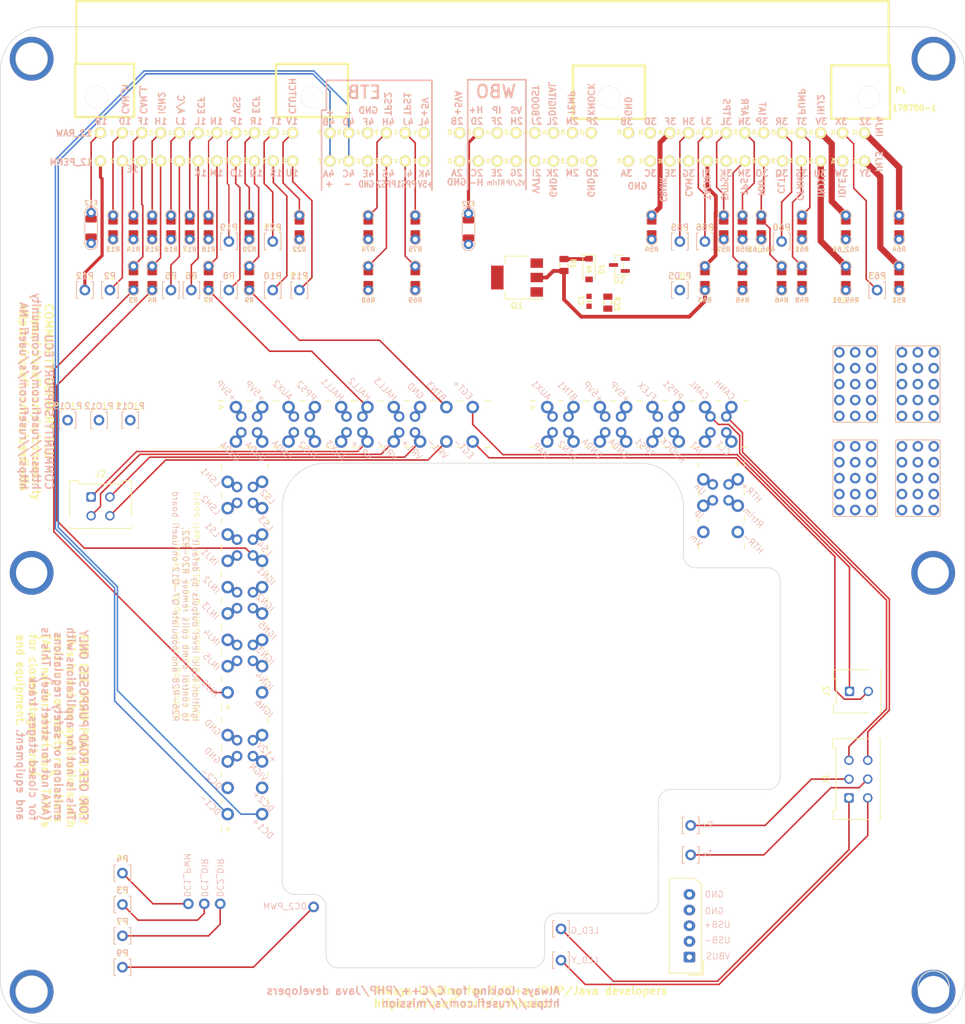
<source format=kicad_pcb>
(kicad_pcb (version 20221018) (generator pcbnew)
  (layers (0 "F.Cu" signal) (1 "In1.Cu" signal) (2 "In2.Cu" signal) (31 "B.Cu" signal) (34 "B.Paste" user) (35 "F.Paste" user) (36 "B.SilkS" user "B.Silkscreen") (37 "F.SilkS" user "F.Silkscreen") (38 "B.Mask" user) (39 "F.Mask" user) (44 "Edge.Cuts" user))
  (net 0 "")
  (net 1 "/1B")
  (net 2 "/12V_FROM_MAIN_RELAY")
  (net 3 "Net-(J1-Pin_1)")
  (net 4 "Net-(J1-Pin_2)")
  (net 5 "/CANH")
  (net 6 "Net-(J1-Pin_4)")
  (net 7 "Net-(J1-Pin_5)")
  (net 8 "/CANL")
  (net 9 "/1C")
  (net 10 "Net-(M1-DC1_DIR)")
  (net 11 "Net-(M1-DC2_DIR)")
  (net 12 "/1O")
  (net 13 "Net-(M1-DC2_PWM)")
  (net 14 "Net-(P10-Pin_1)")
  (net 15 "/1P")
  (net 16 "Net-(P1A-1T)")
  (net 17 "/TACH")
  (net 18 "/OUT_TACH")
  (net 19 "GND")
  (net 20 "/IN_TPS1")
  (net 21 "Net-(P1D-4J)")
  (net 22 "/IN_CLUTCH")
  (net 23 "/1V")
  (net 24 "/OUT_RADIATOR_FAN_RELAY")
  (net 25 "/1L")
  (net 26 "Net-(D1-K)")
  (net 27 "/OUT_AC_RELAY")
  (net 28 "/1J")
  (net 29 "/OUT_IGN1")
  (net 30 "/1G")
  (net 31 "/1F")
  (net 32 "/1D")
  (net 33 "Net-(D1-A)")
  (net 34 "/OUT_PUMP_RELAY")
  (net 35 "/3O")
  (net 36 "/OUT_INJ4")
  (net 37 "/3Z")
  (net 38 "/OUT_INJ3")
  (net 39 "/3Y")
  (net 40 "/OUT_INJ2")
  (net 41 "/OUT_INJ1")
  (net 43 "/2D")
  (net 44 "/EGT+")
  (net 45 "/EGT-")
  (net 91 "/OUT_ETB-")
  (net 93 "/OUT_ETB+")
  (net 95 "/OUT_CHECK_ENGINE")
  (net 96 "/OUT_VVT")
  (net 97 "/OUT_CONDENSER_FAN")
  (net 101 "/OUT_IGN2")
  (net 102 "/OUT_BOOST_CONTROL")
  (net 103 "/OUT_IDLE")
  (net 104 "+5VP")
  (net 105 "/IN_MAF")
  (net 106 "/IN_TEMP_OR_PPS2")
  (net 107 "/IN_CAM")
  (net 108 "/IN_VSS")
  (net 109 "/IN_CRANK")
  (net 110 "/IN_AC_SW")
  (net 111 "GNDA")
  (net 112 "/IN_TPS2")
  (net 113 "/IN_O2S")
  (net 114 "Net-(J2-Pin_1)")
  (net 115 "Net-(J2-Pin_2)")
  (net 116 "Net-(J2-Pin_3)")
  (net 117 "Net-(J2-Pin_4)")
  (net 118 "/IN_TEMP")
  (net 119 "/IN_DIGITAL")
  (net 122 "Net-(M1-IN_FLEX)")
  (net 123 "/IN_PPS1")
  (net 124 "/IN_PRESSURE")
  (net 127 "/IN_KNOCK_RAW")
  (net 128 "/IN_IAT")
  (net 129 "/IN_CLT")
  (net 131 "/WBO_R_Trim")
  (net 132 "/WBO_H-")
  (net 133 "/WBO_Vs")
  (net 134 "/WBO_Ip")
  (net 135 "/WBO_Vs{slash}Ip")
  (net 139 "Net-(M1-DC1_PWM)")
  (net 140 "Net-(P1A-1I)")
  (net 141 "Net-(P1A-1K)")
  (net 142 "/1U")
  (net 143 "/+12V_PERM")
  (net 144 "/3H")
  (net 145 "/3J")
  (net 146 "/3R")
  (net 147 "/3X")
  (net 148 "/1E")
  (net 149 "/1M")
  (net 150 "/1Q")
  (net 151 "/1H")
  (net 152 "/1N")
  (net 153 "Net-(P1A-1R)")
  (net 154 "/3I")
  (net 155 "/3M")
  (net 156 "/3S")
  (net 157 "/3F")
  (net 158 "/3L")
  (net 159 "/3N")
  (net 160 "/3T")
  (net 161 "Net-(P1D-4G)")
  (net 162 "Net-(P1D-4I)")
  (net 163 "Net-(P1D-4H)")
  (footprint "hellen-one-common:PAD-0805-PAD" (layer "F.Cu") (at 50.75 53 90)
    (fp_text reference "R17")
    (fp_text value "Jumper-Pad-Pad" hide)
  )
  (footprint "hellen-one-common:PAD-0805-PAD" (layer "F.Cu") (at 44.75 53 90)
    (fp_text reference "R15")
    (fp_text value "Jumper-Pad-Pad" hide)
  )
  (footprint "hellen-one-common:PAD-TH" (layer "F.Cu") (at 68.25 63)
    (fp_text reference "P11")
    (fp_text value "Pad" hide)
  )
  (footprint "hellen-one-common:PAD-0805-PAD" (layer "F.Cu") (at 139 53 90)
    (fp_text reference "R58")
    (fp_text value "Jumper-Pad-Pad" hide)
  )
  (footprint "kicad6-libraries:PAD-TH" (layer "F.Cu") (at 40 161)
    (fp_text reference "P3")
    (fp_text value "Pad" hide)
  )
  (footprint "hellen-one-common:PAD-TH" (layer "F.Cu") (at 129 63)
    (fp_text reference "P_D5")
    (fp_text value "Pad" hide)
  )
  (footprint "hellen-one-common:PAD-0805-PAD" (layer "F.Cu") (at 136 53 90)
    (fp_text reference "R57")
    (fp_text value "Jumper-Pad-Pad" hide)
  )
  (footprint "hellen-one-common:PAD-0805-PAD" (layer "F.Cu") (at 68.25 53 90)
    (fp_text reference "R22")
    (fp_text value "Jumper-Pad-Pad" hide)
  )
  (footprint "hellen-one-common:PAD-0805-PAD" (layer "F.Cu") (at 145.25 61.095 90)
    (fp_text reference "R46")
    (fp_text value "Jumper-Pad-Pad" hide)
  )
  (footprint "hellen-one-common:PAD-0805-PAD" (layer "F.Cu") (at 60.25 61.095 90)
    (fp_text reference "R9")
    (fp_text value "Jumper-Pad-Pad" hide)
  )
  (footprint "hellen-one-common:PAD-TH" (layer "F.Cu") (at 34 63)
    (fp_text reference "P12")
    (fp_text value "Pad" hide)
  )
  (footprint "hellen-one-common:PAD-0805-PAD" (layer "F.Cu") (at 155.5 61.095 90)
    (fp_text reference "R49_51")
    (fp_text value "Jumper-Pad-Pad" hide)
  )
  (footprint "hellen-one-common:PAD-TH" (layer "F.Cu") (at 160.5 63)
    (fp_text reference "P63")
    (fp_text value "Pad" hide)
  )
  (footprint "kicad6-libraries:PAD-TH" (layer "F.Cu") (at 40 171)
    (fp_text reference "P9")
    (fp_text value "Pad" hide)
  )
  (footprint "hellen-one-common:PAD-0805-PAD" (layer "F.Cu") (at 41.75 61.095 90)
    (fp_text reference "R3")
    (fp_text value "Jumper-Pad-Pad" hide)
  )
  (footprint "hellen-one-common:PAD-0805-PAD" (layer "F.Cu") (at 53.75 53 90)
    (fp_text reference "R18")
    (fp_text value "Jumper-Pad-Pad" hide)
  )
  (footprint "hellen-one-common:PAD-TH" (layer "F.Cu") (at 51 63)
    (fp_text reference "P6")
    (fp_text value "Pad" hide)
  )
  (footprint "hellen-one-common:PAD-0805-PAD" (layer "F.Cu") (at 60.25 53 90)
    (fp_text reference "R20")
    (fp_text value "Jumper-Pad-Pad" hide)
  )
  (footprint "hellen-one-common:SOD-123" (layer "F.Cu") (at 114.5 59.65 -90)
    (fp_text reference "D1")
    (fp_text value "B5819W" hide)
  )
  (footprint "Connector_Molex:Molex_Micro-Fit_3.0_43045-0412_2x02_P3.00mm_Vertical" (layer "F.Cu") (at 35 96)
    (fp_text reference "J2")
    (fp_text value "43045-0412")
  )
  (footprint "hellen-one-common:PAD-0805-PAD" (layer "F.Cu") (at 142 53 90)
    (fp_text reference "R46_61")
    (fp_text value "Jumper-Pad-Pad" hide)
  )
  (footprint "hellen-one-common:PAD-0805-PAD" (layer "F.Cu") (at 139 61.095 90)
    (fp_text reference "R45")
    (fp_text value "Jumper-Pad-Pad" hide)
  )
  (footprint "hellen-one-common:PAD-TH" (layer "F.Cu") (at 41.25 83.75)
    (fp_text reference "P_C11")
    (fp_text value "Pad" hide)
  )
  (footprint "hellen-one-common:PAD-TH" (layer "F.Cu") (at 64 63)
    (fp_text reference "P10")
    (fp_text value "Pad" hide)
  )
  (footprint "hellen-one-common:PAD-0805-PAD" (layer "F.Cu") (at 164 61.095 90)
    (fp_text reference "R51")
    (fp_text value "Jumper-Pad-Pad" hide)
  )
  (footprint "hellen-one-common:PROTO_AREA" (layer "F.Cu") (at 164.46 83.08 90)
    (fp_text reference "G9" hide)
    (fp_text value "PROTO_AREA" hide)
  )
  (footprint "hellen-one-common:PAD-0805-PAD" (layer "F.Cu") (at 133 61.095 90)
    (fp_text reference "R43")
    (fp_text value "Jumper-Pad-Pad" hide)
  )
  (footprint "hellen-one-common:SOT-23" (layer "F.Cu") (at 119.35 59 180)
    (fp_text reference "D2")
    (fp_text value "PSM712-LF")
  )
  (footprint "Connector_Molex:Molex_Micro-Fit_3.0_43045-0612_2x03_P3.00mm_Vertical" (layer "F.Cu") (at 156 144 90)
    (fp_text reference "J1")
    (fp_text value "43045-0612")
  )
  (footprint "MountingHole:MountingHole_4.5mm_Pad" (layer "F.Cu") (at 169.500001 26.099999)
    (fp_text reference "J16" hide)
    (fp_text value "Conn_01x01" hide)
  )
  (footprint "hellen-one-common:R0805" (layer "F.Cu") (at 110.5 59 -90)
    (fp_text reference "R1")
    (fp_text value "750" hide)
  )
  (footprint "MountingHole:MountingHole_4.5mm_Pad" (layer "F.Cu") (at 25.500001 108.099999)
    (fp_text reference "J17" hide)
    (fp_text value "Conn_01x01" hide)
  )
  (footprint "hellen-one-common:PAD-0805-PAD" (layer "F.Cu") (at 47.75 53 90)
    (fp_text reference "R16")
    (fp_text value "Jumper-Pad-Pad" hide)
  )
  (footprint "hellen-one-common:PAD-0805-PAD" (layer "F.Cu") (at 148.5 61.095 90)
    (fp_text reference "R48")
    (fp_text value "Jumper-Pad-Pad" hide)
  )
  (footprint "hellen-one-common:C0603" (layer "F.Cu") (at 114.5 64.790001 90)
    (fp_text reference "C1")
    (fp_text value "100n" hide)
  )
  (footprint "hellen-one-common:PAD-0805-PAD" (layer "F.Cu") (at 41.75 53 90)
    (fp_text reference "R14")
    (fp_text value "Jumper-Pad-Pad" hide)
  )
  (footprint "hellen-one-common:PAD-0805-PAD" (layer "F.Cu") (at 79.25 61.095 90)
    (fp_text reference "R68")
    (fp_text value "Jumper-Pad-Pad" hide)
  )
  (footprint "hellen-one-common:PAD-TH" (layer "F.Cu") (at 38 63)
    (fp_text reference "P2")
    (fp_text value "Pad" hide)
  )
  (footprint "hellen-one-common:PAD-TH" (layer "F.Cu") (at 36.25 83.75)
    (fp_text reference "P_C12")
    (fp_text value "Pad" hide)
  )
  (footprint "hellen-one-common:PAD-1206-PAD" (layer "F.Cu") (at 35 53.095 -90)
    (fp_text reference "F12")
    (fp_text value "Fuse-Pad-Pad" hide)
  )
  (footprint "hellen-one-common:PAD-TH" (layer "F.Cu") (at 129 55.25)
    (fp_text reference "P55")
    (fp_text value "Pad" hide)
  )
  (footprint "hellen-one-common:PAD-0805-PAD" (layer "F.Cu") (at 44.75 61.095 90)
    (fp_text reference "R4")
    (fp_text value "Jumper-Pad-Pad" hide)
  )
  (footprint "hellen-one-common:PROTO_AREA" (layer "F.Cu") (at 154.46 83.08 90)
    (fp_text reference "G8" hide)
    (fp_text value "PROTO_AREA" hide)
  )
  (footprint "hellen-one-common:PAD-0805-PAD" (layer "F.Cu") (at 79.25 53 90)
    (fp_text reference "R74")
    (fp_text value "Jumper-Pad-Pad" hide)
  )
  (footprint "hellen-one-common:PROTO_AREA" (layer "F.Cu") (at 154.46 98.08 90)
    (fp_text reference "G10" hide)
    (fp_text value "PROTO_AREA" hide)
  )
  (footprint "hellen-one-common:178780-1" (layer "F.Cu") (at 146.038641 42.420879)
    (fp_text reference "P1")
    (fp_text value "178780-1")
  )
  (footprint "MountingHole:MountingHole_4.5mm_Pad" (layer "F.Cu") (at 169.450801 108.099999)
    (fp_text reference "J15" hide)
    (fp_text value "Conn_01x01" hide)
  )
  (footprint "MountingHole:MountingHole_4.5mm_Pad" (layer "F.Cu") (at 169.500001 174.899999)
    (fp_text reference "J14" hide)
    (fp_text value "Conn_01x01" hide)
  )
  (footprint "hellen-one-common:PROTO_AREA" (layer "F.Cu") (at 164.46 98.08 90)
    (fp_text reference "G11" hide)
    (fp_text value "PROTO_AREA" hide)
  )
  (footprint "hellen-one-common:PAD-TH" (layer "F.Cu") (at 133 55.25)
    (fp_text reference "P56")
    (fp_text value "Pad" hide)
  )
  (footprint "hellen-one-common:PAD-0805-PAD" (layer "F.Cu") (at 53.75 61.095 90)
    (fp_text reference "R7")
    (fp_text value "Jumper-Pad-Pad" hide)
  )
  (footprint "hellen-one-common:PAD-0805-PAD" (layer "F.Cu") (at 155.5 53 90)
    (fp_text reference "R62_64")
    (fp_text value "Jumper-Pad-Pad" hide)
  )
  (footprint "hellen-one-uaefi-0.2:uaefi" (layer "F.Cu") (at 47.5 172.387437)
    (fp_text reference "M1" hide)
    (fp_text value "Module:uaefi/0.2" hide)
    (fp_line (start 18.012559 -31.737182) (end 18 -15) (stroke (width 0.1)) (layer "Edge.Cuts"))
    (fp_line (start 18.012559 -31.737182) (end 18.012562 -74.787438) (stroke (width 0.1)) (layer "Edge.Cuts"))
    (fp_line (start 20 -13) (end 23 -13) (stroke (width 0.1)) (layer "Edge.Cuts"))
    (fp_line (start 25 -11) (end 25 -3.287437) (stroke (width 0.1)) (layer "Edge.Cuts"))
    (fp_line (start 57.9 -1.3) (end 27 -1.287437) (stroke (width 0.1)) (layer "Edge.Cuts"))
    (fp_line (start 59.9 -3.3) (end 59.899911 -8.00008) (stroke (width 0.1)) (layer "Edge.Cuts"))
    (fp_line (start 61.899911 -10.00008) (end 76.060074 -9.999926) (stroke (width 0.1)) (layer "Edge.Cuts"))
    (fp_line (start 75.062815 -81.787437) (end 25.012563 -81.787437) (stroke (width 0.1)) (layer "Edge.Cuts"))
    (fp_line (start 78.062811 -27.73718) (end 78.060074 -11.999926) (stroke (width 0.1)) (layer "Edge.Cuts"))
    (fp_line (start 80.062811 -29.73718) (end 95.512563 -29.73718) (stroke (width 0.1)) (layer "Edge.Cuts"))
    (fp_line (start 82.062814 -74.787436) (end 82.062814 -67.087437) (stroke (width 0.1)) (layer "Edge.Cuts"))
    (fp_line (start 95.512563 -65.087437) (end 84.062814 -65.087437) (stroke (width 0.1)) (layer "Edge.Cuts"))
    (fp_line (start 97.512563 -31.73718) (end 97.512563 -63.087437) (stroke (width 0.1)) (layer "Edge.Cuts"))
    (fp_arc (start 18.012562 -74.787438) (mid 20.062814 -79.737186) (end 25.012563 -81.787437) (stroke (width 0.1)) (layer "Edge.Cuts"))
    (fp_arc (start 20 -13) (mid 18.585786 -13.585786) (end 18 -15) (stroke (width 0.1)) (layer "Edge.Cuts"))
    (fp_arc (start 23 -13) (mid 24.414214 -12.414214) (end 25 -11) (stroke (width 0.1)) (layer "Edge.Cuts"))
    (fp_arc (start 27 -1.287437) (mid 25.585777 -1.873212) (end 25 -3.287437) (stroke (width 0.1)) (layer "Edge.Cuts"))
    (fp_arc (start 59.899911 -8.00008) (mid 60.48572 -9.414273) (end 61.899911 -10.00008) (stroke (width 0.1)) (layer "Edge.Cuts"))
    (fp_arc (start 59.9 -3.3) (mid 59.314184 -1.885816) (end 57.9 -1.3) (stroke (width 0.1)) (layer "Edge.Cuts"))
    (fp_arc (start 75.062815 -81.787437) (mid 80.012603 -79.737224) (end 82.062814 -74.787436) (stroke (width 0.1)) (layer "Edge.Cuts"))
    (fp_arc (start 78.060074 -11.999926) (mid 77.474266 -10.585734) (end 76.060074 -9.999926) (stroke (width 0.1)) (layer "Edge.Cuts"))
    (fp_arc (start 78.062811 -27.73718) (mid 78.64862 -29.151373) (end 80.062811 -29.73718) (stroke (width 0.1)) (layer "Edge.Cuts"))
    (fp_arc (start 84.062814 -65.087437) (mid 82.648604 -65.673221) (end 82.062814 -67.087437) (stroke (width 0.1)) (layer "Edge.Cuts"))
    (fp_arc (start 95.512563 -65.087437) (mid 96.926749 -64.501631) (end 97.512563 -63.087437) (stroke (width 0.1)) (layer "Edge.Cuts"))
    (fp_arc (start 97.512563 -31.73718) (mid 96.926803 -30.322928) (end 95.512563 -29.73718) (stroke (width 0.1)) (layer "Edge.Cuts"))
  )
  (footprint "hellen-one-common:PAD-TH" (layer "F.Cu") (at 57 55.25)
    (fp_text reference "P19")
    (fp_text value "Pad" hide)
  )
  (footprint "hellen-one-common:PAD-0805-PAD" (layer "F.Cu") (at 38.5 53 90)
    (fp_text reference "R13")
    (fp_text value "Jumper-Pad-Pad" hide)
  )
  (footprint "hellen-one-common:PAD-TH" (layer "F.Cu") (at 64 55.25)
    (fp_text reference "P21")
    (fp_text value "Pad" hide)
  )
  (footprint "MountingHole:MountingHole_4.5mm_Pad" (layer "F.Cu") (at 25.500001 174.899999)
    (fp_text reference "J13" hide)
    (fp_text value "Conn_01x01" hide)
  )
  (footprint "Package_TO_SOT_SMD:SOT-223" (layer "F.Cu") (at 103 61 180)
    (fp_text reference "Q1")
    (fp_text value "ZXMS6005SGTA")
  )
  (footprint "kicad6-libraries:PAD-TH" (layer "F.Cu") (at 40 166)
    (fp_text reference "P7")
    (fp_text value "Pad" hide)
  )
  (footprint "Connector_Molex:Molex_Micro-Fit_3.0_43045-0212_2x01_P3.00mm_Vertical" (layer "F.Cu") (at 156.085 127 90)
    (fp_text reference "J3")
    (fp_text value "43045-0212")
  )
  (footprint "kicad6-libraries:PAD-TH" (layer "F.Cu") (at 40 156)
    (fp_text reference "P4")
    (fp_text value "Pad" hide)
  )
  (footprint "hellen-one-common:PAD-0805-PAD" (layer "F.Cu") (at 86.75 61.095 90)
    (fp_text reference "R69")
    (fp_text value "Jumper-Pad-Pad" hide)
  )
  (footprint "hellen-one-common:PAD-0805-PAD" (layer "F.Cu") (at 148.5 53 90)
    (fp_text reference "R61")
    (fp_text value "Jumper-Pad-Pad" hide)
  )
  (footprint "hellen-one-common:PAD-0805-PAD" (layer "F.Cu") (at 124.5 53 90)
    (fp_text reference "R54")
    (fp_text value "Jumper-Pad-Pad" hide)
  )
  (footprint "hellen-one-common:PAD-TH" (layer "F.Cu") (at 57 63)
    (fp_text reference "P8")
    (fp_text value "Pad" hide)
  )
  (footprint "hellen-one-common:R0805" (layer "F.Cu") (at 117.5 65 -90)
    (fp_text reference "R25")
    (fp_text value "220" hide)
  )
  (footprint "hellen-one-common:PAD-TH" (layer "F.Cu") (at 145.25 55.25)
    (fp_text reference "P60")
    (fp_text value "Pad" hide)
  )
  (footprint "hellen-one-common:PAD-0805-PAD" (layer "F.Cu") (at 164 53 90)
    (fp_text reference "R64")
    (fp_text value "Jumper-Pad-Pad" hide)
  )
  (footprint "hellen-one-common:PAD-0805-PAD" (layer "F.Cu") (at 86.75 53 90)
    (fp_text reference "R75")
    (fp_text value "Jumper-Pad-Pad" hide)
  )
  (footprint "hellen-one-common:PAD-1206-PAD" (layer "F.Cu") (at 95.25 53.25 -90)
    (fp_text reference "F32")
    (fp_text value "Fuse-Pad-Pad" hide)
  )
  (footprint "hellen-one-common:PAD-TH" (layer "F.Cu") (at 31.25 83.75)
    (fp_text reference "P_C13")
    (fp_text value "Pad" hide)
  )
  (footprint "hellen-one-common:PAD-TH" (layer "F.Cu") (at 47.75 63)
    (fp_text reference "P5")
    (fp_text value "Pad" hide)
  )
  (footprint "MountingHole:MountingHole_4.5mm_Pad" (layer "F.Cu") (at 25.500001 26.099999)
    (fp_text reference "J11" hide)
    (fp_text value "Conn_01x01" hide)
  )
  (gr_line (start 72.561681 29.544659) (end 72.561681 34.304659) (stroke (width 0.25)) (layer "B.SilkS"))
  (gr_line (start 104.421681 29.444659) (end 95.121681 29.444659) (stroke (width 0.25)) (layer "B.SilkS"))
  (gr_line (start 95.121681 29.444659) (end 95.121681 46.954659) (stroke (width 0.25)) (layer "B.SilkS"))
  (gr_line (start 71.801681 34.344659) (end 71.801681 47.054659) (stroke (width 0.25)) (layer "B.SilkS"))
  (gr_line (start 71.791681 34.294659) (end 72.571681 34.294659) (stroke (width 0.25)) (layer "B.SilkS"))
  (gr_line (start 89.411681 29.544659) (end 72.561681 29.544659) (stroke (width 0.25)) (layer "B.SilkS"))
  (gr_line (start 89.411681 47.054659) (end 89.411681 29.544659) (stroke (width 0.25)) (layer "B.SilkS"))
  (gr_line (start 104.421681 46.954659) (end 104.421681 29.444659) (stroke (width 0.25)) (layer "B.SilkS"))
  (gr_line locked (start 174.500001 172.999999) (end 174.500001 27.999999) (stroke (width 0.1)) (layer "Edge.Cuts"))
  (gr_arc locked (start 174.500002 173) (mid 172.449749 177.949747) (end 167.500001 179.999999) (stroke (width 0.1)) (layer "Edge.Cuts"))
  (gr_circle (center 169.500001 174.099999) (end 172.000001 174.099999) (stroke (width 0.2)) (fill none) (layer "Edge.Cuts"))
  (gr_circle (center 169.500001 26.099999) (end 172.000001 26.099999) (stroke (width 0.2)) (fill none) (layer "Edge.Cuts"))
  (gr_arc locked (start 167.500002 20.999998) (mid 172.449719 23.050281) (end 174.500001 27.999999) (stroke (width 0.1)) (layer "Edge.Cuts"))
  (gr_circle (center 25.500001 26.099999) (end 28.000001 26.099999) (stroke (width 0.2)) (fill none) (layer "Edge.Cuts"))
  (gr_circle (center 169.450801 108.099999) (end 171.700801 108.099999) (stroke (width 0.2)) (fill none) (layer "Edge.Cuts"))
  (gr_line locked (start 167.500001 20.999999) (end 27.500001 20.999999) (stroke (width 0.1)) (layer "Edge.Cuts"))
  (gr_circle (center 25.500001 174.899999) (end 28.000001 174.899999) (stroke (width 0.2)) (fill none) (layer "Edge.Cuts"))
  (gr_line locked (start 27.500001 179.999999) (end 167.500001 179.999999) (stroke (width 0.1)) (layer "Edge.Cuts"))
  (gr_line locked (start 20.500001 27.999999) (end 20.500001 172.999999) (stroke (width 0.1)) (layer "Edge.Cuts"))
  (gr_arc locked (start 27.5 180) (mid 22.550252 177.949748) (end 20.500001 172.999999) (stroke (width 0.1)) (layer "Edge.Cuts"))
  (gr_arc locked (start 20.5 27.999998) (mid 22.550252 23.05025) (end 27.500001 20.999999) (stroke (width 0.1)) (layer "Edge.Cuts"))
  (gr_text "TPS" (at 136.421681 33.824659 270) (layer "B.SilkS") (effects (font (size 1.016 1.016) (thickness 0.22352)) (justify mirror)))
  (gr_text "CLUTCH" (at 67.081681 32.064659 270) (layer "B.SilkS") (effects (font (size 1.016 1.016) (thickness 0.22352)) (justify mirror)))
  (gr_text "4D" (at 76.110001 36.199999) (layer "B.SilkS") (effects (font (size 1.016 1.016) (thickness 0.22352)) (justify mirror)))
  (gr_text "3Z" (at 158.600001 36.124999) (layer "B.SilkS") (effects (font (size 1.016 1.016) (thickness 0.22352)) (justify mirror)))
  (gr_text "GND" (at 122.226681 46.419659) (layer "B.SilkS") (effects (font (size 1.016 1.016) (thickness 0.22352)) (justify mirror)))
  (gr_text "H+" (at 96.431681 34.264659) (layer "B.SilkS") (effects (font (size 1.016 1.016) (thickness 0.22352)) (justify mirror)))
  (gr_text "1S" (at 64.540001 44.329999) (layer "B.SilkS") (effects (font (size 1.016 1.016) (thickness 0.22352)) (justify mirror)))
  (gr_text "3X" (at 154.790001 36.124999) (layer "B.SilkS") (effects (font (size 1.016 1.016) (thickness 0.22352)) (justify mirror)))
  (gr_text "INJ1" (at 151.561681 46.594659 270) (layer "B.SilkS") (effects (font (size 1.016 1.016) (thickness 0.22352)) (justify mirror)))
  (gr_text "Always looking for C/C++/PHP/Java developers\nhttps://rusefi.com/s/mission" (at 110 177.5) (layer "B.SilkS") (effects (font (size 1.25 1.25) (thickness 0.25) bold) (justify left bottom mirror)))
  (gr_text "4A" (at 72.935001 44.454999) (layer "B.SilkS") (effects (font (size 1.016 1.016) (thickness 0.22352)) (justify mirror)))
  (gr_text "+5V" (at 88.401681 46.094659) (layer "B.SilkS") (effects (font (size 1.016 0.8) (thickness 0.2)) (justify mirror)))
  (gr_text "IAT" (at 142.121681 34.074659 270) (layer "B.SilkS") (effects (font (size 1.016 1.016) (thickness 0.22352)) (justify mirror)))
  (gr_text "4B" (at 72.935001 36.199999) (layer "B.SilkS") (effects (font (size 1.016 1.016) (thickness 0.22352)) (justify mirror)))
  (gr_text "GND" (at 78.931681 46.114659) (layer "B.SilkS") (effects (font (size 1.016 0.8) (thickness 0.2)) (justify mirror)))
  (gr_text "2F" (at 99.760001 36.074999) (layer "B.SilkS") (effects (font (size 1.016 1.016) (thickness 0.22352)) (justify mirror)))
  (gr_text "DIGITAL" (at 108.571681 32.524659 270) (layer "B.SilkS") (effects (font (size 1.016 1.016) (thickness 0.22352)) (justify mirror)))
  (gr_text "GND" (at 108.741681 46.654659 270) (layer "B.SilkS") (effects (font (size 1.016 1.016) (thickness 0.22352)) (justify mirror)))
  (gr_text "1D" (at 40.410001 36.074999) (layer "B.SilkS") (effects (font (size 1.016 1.016) (thickness 0.22352)) (justify mirror)))
  (gr_text "IGN2" (at 46.221681 33.154659 270) (layer "B.SilkS") (effects (font (size 1.016 1.016) (thickness 0.22352)) (justify mirror)))
  (gr_text "AFR" (at 139.321681 33.794659 270) (layer "B.SilkS") (effects (font (size 1.016 1.016) (thickness 0.22352)) (justify mirror)))
  (gr_text "CAN_H" (at 40.421681 32.554659 270) (layer "B.SilkS") (effects (font (size 1.016 1.016) (thickness 0.22352)) (justify mirror)))
  (gr_text "3C" (at 124.310001 44.379999) (layer "B.SilkS") (effects (font (size 1.016 1.016) (thickness 0.22352)) (justify mirror)))
  (gr_text "1H" (at 46.125001 36.074999) (layer "B.SilkS") (effects (font (size 1.016 1.016) (thickness 0.22352)) (justify mirror)))
  (gr_text "3O" (at 142.090001 44.379999) (layer "B.SilkS") (effects (font (size 1.016 1.016) (thickness 0.22352)) (justify mirror)))
  (gr_text "CLT" (at 145.151681 46.364659 270) (layer "B.SilkS") (effects (font (size 1.016 1.016) (thickness 0.22352)) (justify mirror)))
  (gr_text "3L" (at 136.375001 36.124999) (layer "B.SilkS") (effects (font (size 1.016 1.016) (thickness 0.22352)) (justify mirror)))
  (gr_text "TPS" (at 139.221681 46.454659 270) (layer "B.SilkS") (effects (font (size 1.016 1.016) (thickness 0.22352)) (justify mirror)))
  (gr_text "VS" (at 102.851681 34.374659) (layer "B.SilkS") (effects (font (size 1.016 1.016) (thickness 0.22352)) (justify mirror)))
  (gr_text "2I" (at 106.110001 44.329999) (layer "B.SilkS") (effects (font (size 1.016 1.016) (thickness 0.22352)) (justify mirror)))
  (gr_text "1N" (at 55.015001 36.074999) (layer "B.SilkS") (effects (font (size 1.016 1.016) (thickness 0.22352)) (justify mirror)))
  (gr_text "4L" (at 88.175001 36.199999) (layer "B.SilkS") (effects (font (size 1.016 1.016) (thickness 0.22352)) (justify mirror)))
  (gr_text "VVT" (at 105.951681 46.314659 270) (layer "B.SilkS") (effects (font (size 1.016 1.016) (thickness 0.22352)) (justify mirror)))
  (gr_text "4E" (at 79.285001 44.454999) (layer "B.SilkS") (effects (font (size 1.016 1.016) (thickness 0.22352)) (justify mirror)))
  (gr_text "2K" (at 108.650001 44.329999) (layer "B.SilkS") (effects (font (size 1.016 1.016) (thickness 0.22352)) (justify mirror)))
  (gr_text "+" (at 73.011681 46.044659) (layer "B.SilkS") (effects (font (size 1.016 1.016) (thickness 0.22352)) (justify mirror)))
  (gr_text "3E" (at 127.485001 44.379999) (layer "B.SilkS") (effects (font (size 1.016 1.016) (thickness 0.22352)) (justify mirror)))
  (gr_text "ETB" (at 78.591681 31.454659) (layer "B.SilkS") (effects (font (size 2 2) (thickness 0.35)) (justify mirror)))
  (gr_text "3F" (at 127.485001 36.124999) (layer "B.SilkS") (effects (font (size 1.016 1.016) (thickness 0.22352)) (justify mirror)))
  (gr_text "1E" (at 41.611681 43.684659) (layer "B.SilkS") (effects (font (size 1.016 1.016) (thickness 0.22352)) (justify mirror)))
  (gr_text "INJ3" (at 160.751681 42.494659 270) (layer "B.SilkS") (effects (font (size 1.016 1.016) (thickness 0.22352)) (justify mirror)))
  (gr_text "2H" (at 102.935001 36.074999) (layer "B.SilkS") (effects (font (size 1.016 1.016) (thickness 0.22352)) (justify mirror)))
  (gr_text "2N" (at 111.825001 36.074999) (layer "B.SilkS") (effects (font (size 1.016 1.016) (thickness 0.22352)) (justify mirror)))
  (gr_text "2C" (at 96.585001 44.329999) (layer "B.SilkS") (effects (font (size 1.016 1.016) (thickness 0.22352)) (justify mirror)))
  (gr_text "3S" (at 148.440001 44.379999) (layer "B.SilkS") (effects (font (size 1.016 1.016) (thickness 0.22352)) (justify mirror)))
  (gr_text "PPS2" (at 82.131681 46.114659) (layer "B.SilkS") (effects (font (size 1.016 0.8) (thickness 0.2)) (justify mirror)))
  (gr_text "FOR OFF ROAD PURPOSES ONLY\nThis is not for applications with\nemissions or safety regulations\n(AKA not for street use). This is\nfor closed stages, track\nand equipment." (at 23 147.75 270) (layer "B.SilkS") (effects (font (size 1.25 1.25) (thickness 0.25) bold) (justify left bottom mirror)))
  (gr_text "3I" (at 133.200001 44.379999) (layer "B.SilkS") (effects (font (size 1.016 1.016) (thickness 0.22352)) (justify mirror)))
  (gr_text "1K" (at 52.475001 44.329999) (layer "B.SilkS") (effects (font (size 1.016 1.016) (thickness 0.22352)) (justify mirror)))
  (gr_text "TACH" (at 133.281681 46.734659 270) (layer "B.SilkS") (effects (font (size 1.016 1.016) (thickness 0.22352)) (justify mirror)))
  (gr_text "2D" (at 96.585001 36.074999) (layer "B.SilkS") (effects (font (size 1.016 1.016) (thickness 0.22352)) (justify mirror)))
  (gr_text "3D" (at 124.310001 36.124999) (layer "B.SilkS") (effects (font (size 1.016 1.016) (thickness 0.22352)) (justify mirror)))
  (gr_text "2O" (at 115.000001 44.329999) (layer "B.SilkS") (effects (font (size 1.016 1.016) (thickness 0.22352)) (justify mirror)))
  (gr_text "INJ4" (at 160.801681 36.919659 270) (layer "B.SilkS") (effects (font (size 1.016 1.016) (thickness 0.22352)) (justify mirror)))
  (gr_text "1U" (at 67.080001 44.329999) (layer "B.SilkS") (effects (font (size 1.016 1.016) (thickness 0.22352)) (justify mirror)))
  (gr_text "4J" (at 85.635001 36.199999) (layer "B.SilkS") (effects (font (size 1.016 1.016) (thickness 0.22352)) (justify mirror)))
  (gr_text "PPS1" (at 85.311681 46.114659) (layer "B.SilkS") (effects (font (size 1.016 0.8) (thickness 0.2)) (justify mirror)))
  (gr_text "-" (at 76.051681 34.654659) (layer "B.SilkS") (effects (font (size 1.016 1.016) (thickness 0.22352)) (justify mirror)))
  (gr_text "3Y" (at 158.600001 44.379999) (layer "B.SilkS") (effects (font (size 1.016 1.016) (thickness 0.22352)) (justify mirror)))
  (gr_text "CRANK" (at 126.321681 46.964659 270) (layer "B.SilkS") (effects (font (size 1.016 0.8) (thickness 0.2)) (justify mirror)))
  (gr_text "+" (at 73.111681 34.644659) (layer "B.SilkS") (effects (font (size 1.016 1.016) (thickness 0.22352)) (justify mirror)))
  (gr_text "2J" (at 106.110001 36.074999) (layer "B.SilkS") (effects (font (size 1.016 1.016) (thickness 0.22352)) (justify mirror)))
  (gr_text "4H" (at 82.460001 36.199999) (layer "B.SilkS") (effects (font (size 1.016 1.016) (thickness 0.22352)) (justify mirror)))
  (gr_text "+5VA" (at 93.581681 33.204659 270) (layer "B.SilkS") (effects (font (size 1.016 1.016) (thickness 0.22352)) (justify mirror)))
  (gr_text "-" (at 75.951681 46.054659) (layer "B.SilkS") (effects (font (size 1.016 1.016) (thickness 0.22352)) (justify mirror)))
  (gr_text "3U" (at 151.400001 44.424999) (layer "B.SilkS") (effects (font (size 1.016 1.016) (thickness 0.22352)) (justify mirror)))
  (gr_text "VS/IP" (at 102.781681 45.919659) (layer "B.SilkS") (effects (font (size 0.8 0.7)) (justify mirror)))
  (gr_text "4G" (at 82.460001 44.454999) (layer "B.SilkS") (effects (font (size 1.016 1.016) (thickness 0.22352)) (justify mirror)))
  (gr_text "TEMP" (at 111.631681 33.114659 270) (layer "B.SilkS") (effects (font (size 1.016 1.016) (thickness 0.22352)) (justify mirror)))
  (gr_text "H-" (at 96.461681 45.844659) (layer "B.SilkS") (effects (font (size 1.016 1.016) (thickness 0.22352)) (justify mirror)))
  (gr_text "2E" (at 99.760001 44.329999) (layer "B.SilkS") (effects (font (size 1.016 1.016) (thickness 0.22352)) (justify mirror)))
  (gr_text "1F" (at 43.300001 36.074999) (layer "B.SilkS") (effects (font (size 1.016 1.016) (thickness 0.22352)) (justify mirror)))
  (gr_text "WBO" (at 99.621681 31.344659) (layer "B.SilkS") (effects (font (size 2 2) (thickness 0.35)) (justify mirror)))
  (gr_text "3H" (at 130.400001 36.124999) (layer "B.SilkS") (effects (font (size 1.016 1.016) (thickness 0.22352)) (justify mirror)))
  (gr_text "CAN_L" (at 43.321681 32.654659 270) (layer "B.SilkS") (effects (font (size 1.016 1.016) (thickness 0.22352)) (justify mirror)))
  (gr_text "12_RAW" (at 32.251681 37.969659) (layer "B.SilkS") (effects (font (size 1.016 1.016) (thickness 0.22352)) (justify mirror)))
  (gr_text "3P" (at 142.090001 36.124999) (layer "B.SilkS") (effects (font (size 1.016 1.016) (thickness 0.22352)) (justify mirror)))
  (gr_text "5VTPS" (at 136.081681 46.804659 270) (layer "B.SilkS") (effects (font (size 1.016 0.82) (thickness 0.205)) (justify mirror)))
  (gr_text "1L" (at 52.475001 36.074999) (layer "B.SilkS") (effects (font (size 1.016 1.016) (thickness 0.22352)) (justify mirror)))
  (gr_text "VSS" (at 58.181681 33.474659 270) (layer "B.SilkS") (effects (font (size 1.016 1.016) (thickness 0.22352)) (justify mirror)))
  (gr_text "CAM" (at 130.381681 46.624659 270) (layer "B.SilkS") (effects (font (size 1.016 1.016) (thickness 0.22352)) (justify mirror)))
  (gr_text "1Q" (at 61.365001 44.329999) (layer "B.SilkS") (effects (font (size 1.016 1.016) (thickness 0.22352)) (justify mirror)))
  (gr_text "IP" (at 99.741681 34.334659) (layer "B.SilkS") (effects (font (size 1.016 1.016) (thickness 0.22352)) (justify mirror)))
  (gr_text "IDLE" (at 154.841681 46.664659 270) (layer "B.SilkS") (effects (font (size 1.016 1.016) (thickness 0.22352)) (justify mirror)))
  (gr_text "GND" (at 114.771681 46.654659 270) (layer "B.SilkS") (effects (font (size 1.016 1.016) (thickness 0.22352)) (justify mirror)))
  (gr_text "3V" (at 151.600001 36.124999) (layer "B.SilkS") (effects (font (size 1.016 1.016) (thickness 0.22352)) (justify mirror)))
  (gr_text "4I" (at 85.635001 44.454999) (layer "B.SilkS") (effects (font (size 1.016 1.016) (thickness 0.22352)) (justify mirror)))
  (gr_text "2G" (at 102.901681 44.319659) (layer "B.SilkS") (effects (font (size 1.016 1.016) (thickness 0.22352)) (justify mirror)))
  (gr_text "1T" (at 64.540001 36.074999) (layer "B.SilkS") (effects (font (size 1.016 1.016) (thickness 0.22352)) (justify mirror)))
  (gr_text "GND" (at 79.251681 34.344659) (layer "B.SilkS") (effects (font (size 1.016 1.016) (thickness 0.22352)) (justify mirror)))
  (gr_text "RTrim" (at 99.601681 45.884659) (layer "B.SilkS") (effects (font (size 0.8 0.7)) (justify mirror)))
  (gr_text "COMMUNITY SUPPORT ECU\nhttps://rusefi.com/s/community\nhttps://rusefi.com/s/uaefi-NA" (at 23.5 95 270) (layer "B.SilkS") (effects (font (size 1.25 1.25) (thickness 0.25) bold) (justify left bottom mirror)))
  (gr_text "1M" (at 55.015001 44.329999) (layer "B.SilkS") (effects (font (size 1.016 1.016) (thickness 0.22352)) (justify mirror)))
  (gr_text "2L" (at 108.650001 36.074999) (layer "B.SilkS") (effects (font (size 1.016 1.016) (thickness 0.22352)) (justify mirror)))
  (gr_text "2B" (at 93.410001 36.074999) (layer "B.SilkS") (effects (font (size 1.016 1.016) (thickness 0.22352)) (justify mirror)))
  (gr_text "3A" (at 120.500001 44.379999) (layer "B.SilkS") (effects (font (size 1.016 1.016) (thickness 0.22352)) (justify mirror)))
  (gr_text "4F" (at 79.285001 36.199999) (layer "B.SilkS") (effects (font (size 1.016 1.016) (thickness 0.22352)) (justify mirror)))
  (gr_text "4K" (at 88.175001 44.454999) (layer "B.SilkS") (effects (font (size 1.016 1.016) (thickness 0.22352)) (justify mirror)))
  (gr_text "1J" (at 49.300001 36.074999) (layer "B.SilkS") (effects (font (size 1.016 1.016) (thickness 0.22352)) (justify mirror)))
  (gr_text "CFAN" (at 148.161681 46.854659 270) (layer "B.SilkS") (effects (font (size 1.016 1.016) (thickness 0.22352)) (justify mirror)))
  (gr_text "TPS2" (at 82.351681 33.274659 270) (layer "B.SilkS") (effects (font (size 1.016 1.016) (thickness 0.22352)) (justify mirror)))
  (gr_text "BOOST" (at 105.891681 32.804659 270) (layer "B.SilkS") (effects (font (size 1.016 1.016) (thickness 0.22352)) (justify mirror)))
  (gr_text "3Q" (at 145.265001 44.379999) (layer "B.SilkS") (effects (font (size 1.016 1.016) (thickness 0.22352)) (justify mirror)))
  (gr_text "1V" (at 67.080001 36.074999) (layer "B.SilkS") (effects (font (size 1.016 1.016) (thickness 0.22352)) (justify mirror)))
  (gr_text "4C" (at 76.110001 44.454999) (layer "B.SilkS") (effects (font (size 1.016 1.016) (thickness 0.22352)) (justify mirror)))
  (gr_text "GND" (at 120.726681 33.694659 270) (layer "B.SilkS") (effects (font (size 1.016 1.016) (thickness 0.22352)) (justify mirror)))
  (gr_text "PUMP" (at 148.411681 32.934659 270) (layer "B.SilkS") (effects (font (size 1.016 1.016) (thickness 0.22352)) (justify mirror)))
  (gr_text "1R" (at 61.365001 36.074999) (layer "B.SilkS") (effects (font (size 1.016 1.016) (thickness 0.22352)) (justify mirror)))
  (gr_text "3K" (at 136.375001 44.379999) (layer "B.SilkS") (effects (font (size 1.016 1.016) (thickness 0.22352)) (justify mirror)))
  (gr_text "3G" (at 130.400001 44.424999) (layer "B.SilkS") (effects (font (size 1.016 1.016) (thickness 0.22352)) (justify mirror)))
  (gr_text "KNOCK" (at 114.821681 32.584659 270) (layer "B.SilkS") (effects (font (size 1.016 1.016) (thickness 0.22352)) (justify mirror)))
  (gr_text "3R" (at 145.265001 36.124999) (layer "B.SilkS") (effects (font (size 1.016 1.016) (thickness 0.22352)) (justify mirror)))
  (gr_text "2M" (at 111.825001 44.329999) (layer "B.SilkS") (effects (font (size 1.016 1.016) (thickness 0.22352)) (justify mirror)))
  (gr_text "TPS1" (at 85.431681 33.274659 270) (layer "B.SilkS") (effects (font (size 1.016 1.016) (thickness 0.22352)) (justify mirror)))
  (gr_text "3M" (at 139.300001 44.379999) (layer "B.SilkS") (effects (font (size 1.016 1.016) (thickness 0.22352)) (justify mirror)))
  (gr_text "3T" (at 148.440001 36.124999) (layer "B.SilkS") (effects (font (size 1.016 1.016) (thickness 0.22352)) (justify mirror)))
  (gr_text "12_PERM" (at 31.801681 42.594659) (layer "B.SilkS") (effects (font (size 1.016 1.016) (thickness 0.22352)) (justify mirror)))
  (gr_text "+5V" (at 88.271681 33.854659 270) (layer "B.SilkS") (effects (font (size 1.016 1.016) (thickness 0.22352)) (justify mirror)))
  (gr_text "1B" (at 36.600001 36.074999) (layer "B.SilkS") (effects (font (size 1.016 1.016) (thickness 0.22352)) (justify mirror)))
  (gr_text "ECF" (at 52.511681 33.524659 270) (layer "B.SilkS") (effects (font (size 1.016 1.016) (thickness 0.22352)) (justify mirror)))
  (gr_text "3W" (at 154.790001 44.379999) (layer "B.SilkS") (effects (font (size 1.016 1.016) (thickness 0.22352)) (justify mirror)))
  (gr_text "ECF" (at 61.276681 33.419659 270) (layer "B.SilkS") (effects (font (size 1.016 1.016) (thickness 0.22352)) (justify mirror)))
  (gr_text "A/C" (at 49.321681 33.354659 270) (layer "B.SilkS") (effects (font (size 1.016 1.016) (thickness 0.22352)) (justify mirror)))
  (gr_text "3J" (at 133.200001 36.124999) (layer "B.SilkS") (effects (font (size 1.016 1.016) (thickness 0.22352)) (justify mirror)))
  (gr_text "MAF" (at 141.991681 46.524659 270) (layer "B.SilkS") (effects (font (size 1.016 1.016) (thickness 0.22352)) (justify mirror)))
  (gr_text "2P" (at 115.000001 36.074999) (layer "B.SilkS") (effects (font (size 1.016 1.016) (thickness 0.22352)) (justify mirror)))
  (gr_text "2A" (at 93.410001 44.329999) (layer "B.SilkS") (effects (font (size 1.016 1.016) (thickness 0.22352)) (justify mirror)))
  (gr_text "3B" (at 120.500001 36.124999) (layer "B.SilkS") (effects (font (size 1.016 1.016) (thickness 0.22352)) (justify mirror)))
  (gr_text "INJ2" (at 151.461681 33.434659 270) (layer "B.SilkS") (effects (font (size 1.016 1.016) (thickness 0.22352)) (justify mirror)))
  (gr_text "1P" (at 58.190001 36.074999) (layer "B.SilkS") (effects (font (size 1.016 1.016) (thickness 0.22352)) (justify mirror)))
  (gr_text "3N" (at 139.300001 36.124999) (layer "B.SilkS") (effects (font (size 1.016 1.016) (thickness 0.22352)) (justify mirror)))
  (gr_text "GND" (at 93.361681 45.764659) (layer "B.SilkS") (effects (font (size 1.016 1.016) (thickness 0.22352)) (justify mirror)))
  (gr_text "1O" (at 58.190001 44.329999) (layer "B.SilkS") (effects (font (size 1.016 1.016) (thickness 0.22352)) (justify mirror)))
  (gr_text "4D" (at 74.660001 37.827999 90) (layer "F.SilkS") (effects (font (size 0.508 0.508) (thickness 0.127))))
  (gr_text "2E" (at 98.414001 42.399999 90) (layer "F.SilkS") (effects (font (size 0.508 0.508) (thickness 0.127))))
  (gr_text "3E" (at 125.973001 42.399999 90) (layer "F.SilkS") (effects (font (size 0.508 0.508) (thickness 0.127))))
  (gr_text "1U" (at 65.817001 42.349999 90) (layer "F.SilkS") (effects (font (size 0.508 0.508) (thickness 0.127))))
  (gr_text "1Q" (at 59.721001 42.349999 90) (layer "F.SilkS") (effects (font (size 0.508 0.508) (thickness 0.127))))
  (gr_text "2H" (at 101.335001 37.827999 90) (layer "F.SilkS") (effects (font (size 0.508 0.508) (thickness 0.127))))
  (gr_text "4J" (at 83.677001 37.827999 90) (layer "F.SilkS") (effects (font (size 0.508 0.508) (thickness 0.127))))
  (gr_text "1R" (at 59.721001 37.904999 90) (layer "F.SilkS") (effects (font (size 0.508 0.508) (thickness 0.127))))
  (gr_text "4K" (at 86.725001 42.399999 90) (layer "F.SilkS") (effects (font (size 0.508 0.508) (thickness 0.127))))
  (gr_text "3N" (at 137.911001 37.827999 90) (layer "F.SilkS") (effects (font (size 0.508 0.508) (thickness 0.127))))
  (gr_text "3I" (at 131.942001 42.399999 90) (layer "F.SilkS") (effects (font (size 0.508 0.508) (thickness 0.127))))
  (gr_text "2D" (at 95.366001 37.827999 90) (layer "F.SilkS") (effects (font (size 0.508 0.508) (thickness 0.127))))
  (gr_text "3W" (at 153.532001 42.399999 90) (layer "F.SilkS") (effects (font (size 0.508 0.508) (thickness 0.127))))
  (gr_text "3D" (at 122.798001 37.827999 90) (layer "F.SilkS") (effects (font (size 0.508 0.508) (thickness 0.127))))
  (gr_text "2C" (at 95.366001 42.399999 90) (layer "F.SilkS") (effects (font (size 0.508 0.508) (thickness 0.127))))
  (gr_text "2O" (at 113.400001 42.399999 90) (layer "F.SilkS") (effects (font (size 0.508 0.508) (thickness 0.127))))
  (gr_text "3U" (at 149.976001 42.399999 90) (layer "F.SilkS") (effects (font (size 0.508 0.508) (thickness 0.127))))
  (gr_text "3J" (at 131.942001 37.827999 90) (layer "F.SilkS") (effects (font (size 0.508 0.508) (thickness 0.127))))
  (gr_text "1I" (at 47.656001 42.349999 90) (layer "F.SilkS") (effects (font (size 0.508 0.508) (thickness 0.127))))
  (gr_text "4G" (at 80.629001 42.399999 90) (layer "F.SilkS") (effects (font (size 0.508 0.508) (thickness 0.127))))
  (gr_text "4A" (at 71.612001 42.399999 90) (layer "F.SilkS") (effects (font (size 0.508 0.508) (thickness 0.127))))
  (gr_text "1L" (at 50.577001 37.904999 90) (layer "F.SilkS") (effects (font (size 0.508 0.508) (thickness 0.127))))
  (gr_text "2N" (at 110.352001 37.827999 90) (layer "F.SilkS") (effects (font (size 0.508 0.508) (thickness 0.127))))
  (gr_text "4I" (at 83.677001 42.399999 90) (layer "F.SilkS") (effects (font (size 0.508 0.508) (thickness 0.127))))
  (gr_text "2K" (at 107.431001 42.399999 90) (layer "F.SilkS") (effects (font (size 0.508 0.508) (thickness 0.127))))
  (gr_text "3L" (at 134.863001 37.827999 90) (layer "F.SilkS") (effects (font (size 0.508 0.508) (thickness 0.127))))
  (gr_text "1C" (at 38.385001 42.349999 90) (layer "F.SilkS") (effects (font (size 0.508 0.508) (thickness 0.127))))
  (gr_text "3O" (at 140.959001 42.399999 90) (layer "F.SilkS") (effects (font (size 0.508 0.508) (thickness 0.127))))
  (gr_text "4F" (at 77.708001 37.827999 90) (layer "F.SilkS") (effects (font (size 0.508 0.508) (thickness 0.127))))
  (gr_text "3C" (at 122.925001 42.399999 90) (layer "F.SilkS") (effects (font (size 0.508 0.508) (thickness 0.127))))
  (gr_text "1E" (at 41.560001 42.349999 90) (layer "F.SilkS") (effects (font (size 0.508 0.508) (thickness 0.127))))
  (gr_text "3V" (at 149.976001 37.827999 90) (layer "F.SilkS") (effects (font (size 0.508 0.508) (thickness 0.127))))
  (gr_text "1P" (at 56.673001 37.904999 90) (layer "F.SilkS") (effects (font (size 0.508 0.508) (thickness 0.127))))
  (gr_text "1K" (at 50.577001 42.349999 90) (layer "F.SilkS") (effects (font (size 0.508 0.508) (thickness 0.127))))
  (gr_text "3X" (at 153.532001 37.827999 90) (layer "F.SilkS") (effects (font (size 0.508 0.508) (thickness 0.127))))
  (gr_text "FOR OFF ROAD PURPOSES ONLY\nThis is not for applications with\nemissions or safety regulations\n(AKA not for street use). This is\nfor closed stages, track\nand equipment." (at 23 117.75 270) (layer "F.SilkS") (effects (font (size 1.25 1.25) (thickness 0.25) bold) (justify left bottom)))
  (gr_text "3Q" (at 143.880001 42.399999 90) (layer "F.SilkS") (effects (font (size 0.508 0.508) (thickness 0.127))))
  (gr_text "1A" (at 34.702001 42.349999 90) (layer "F.SilkS") (effects (font (size 0.508 0.508) (thickness 0.127))))
  (gr_text "3P" (at 140.959001 37.827999 90) (layer "F.SilkS") (effects (font (size 0.508 0.508) (thickness 0.127))))
  (gr_text "1V" (at 65.817001 37.904999 90) (layer "F.SilkS") (effects (font (size 0.508 0.508) (thickness 0.127))))
  (gr_text "3B" (at 119.369001 37.827999 90) (layer "F.SilkS") (effects (font (size 0.508 0.508) (thickness 0.127))))
  (gr_text "1J" (at 47.529001 37.904999 90) (layer "F.SilkS") (effects (font (size 0.508 0.508) (thickness 0.127))))
  (gr_text "3R" (at 144.007001 37.827999 90) (layer "F.SilkS") (effects (font (size 0.508 0.508) (thickness 0.127))))
  (gr_text "2M" (at 110.352001 42.399999 90) (layer "F.SilkS") (effects (font (size 0.508 0.508) (thickness 0.127))))
  (gr_text "1S" (at 62.642001 42.349999 90) (layer "F.SilkS") (effects (font (size 0.508 0.508) (thickness 0.127))))
  (gr_text "1O" (at 56.673001 42.349999 90) (layer "F.SilkS") (effects (font (size 0.508 0.508) (thickness 0.127))))
  (gr_text "3S" (at 146.801001 42.399999 90) (layer "F.SilkS") (effects (font (size 0.508 0.508) (thickness 0.127))))
  (gr_text "1T" (at 62.769001 37.904999 90) (layer "F.SilkS") (effects (font (size 0.508 0.508) (thickness 0.127))))
  (gr_text "4B" (at 71.601681 37.844659 90) (layer "F.SilkS") (effects (font (size 0.508 0.508) (thickness 0.127))))
  (gr_text "1B" (at 34.829001 37.904999 90) (layer "F.SilkS") (effects (font (size 0.508 0.508) (thickness 0.127))))
  (gr_text "3H" (at 128.894001 37.827999 90) (layer "F.SilkS") (effects (font (size 0.508 0.508) (thickness 0.127))))
  (gr_text "3F" (at 125.973001 37.827999 90) (layer "F.SilkS") (effects (font (size 0.508 0.508) (thickness 0.127))))
  (gr_text "3M" (at 137.911001 42.399999 90) (layer "F.SilkS") (effects (font (size 0.508 0.508) (thickness 0.127))))
  (gr_text "4E" (at 77.708001 42.399999 90) (layer "F.SilkS") (effects (font (size 0.508 0.508) (thickness 0.127))))
  (gr_text "3T" (at 146.928001 37.827999 90) (layer "F.SilkS") (effects (font (size 0.508 0.508) (thickness 0.127))))
  (gr_text "2J" (at 104.383001 37.827999 90) (layer "F.SilkS") (effects (font (size 0.508 0.508) (thickness 0.127))))
  (gr_text "3K" (at 134.990001 42.399999 90) (layer "F.SilkS") (effects (font (size 0.508 0.508) (thickness 0.127))))
  (gr_text "Always looking for C/C++/PHP/Java developers\nhttps://rusefi.com/s/mission" (at 80 177.5) (layer "F.SilkS") (effects (font (size 1.25 1.25) (thickness 0.25) bold) (justify left bottom)))
  (gr_text "2L" (at 107.431001 37.827999 90) (layer "F.SilkS") (effects (font (size 0.508 0.508) (thickness 0.127))))
  (gr_text "3Y" (at 157.088001 42.399999 90) (layer "F.SilkS") (effects (font (size 0.508 0.508) (thickness 0.127))))
  (gr_text "1F" (at 41.560001 37.904999 90) (layer "F.SilkS") (effects (font (size 0.508 0.508) (thickness 0.127))))
  (gr_text "2A" (at 92.318001 42.399999 90) (layer "F.SilkS") (effects (font (size 0.508 0.508) (thickness 0.127))))
  (gr_text "1M" (at 53.625001 42.349999 90) (layer "F.SilkS") (effects (font (size 0.508 0.508) (thickness 0.127))))
  (gr_text "COMMUNITY SUPPORT ECU\nhttps://rusefi.com/s/community\nhttps://rusefi.com/s/uaefi-NA" (at 23.5 65 -90) (layer "F.SilkS") (effects (font (size 1.25 1.25) (thickness 0.25) bold) (justify left bottom)))
  (gr_text "2I" (at 104.383001 42.399999 90) (layer "F.SilkS") (effects (font (size 0.508 0.508) (thickness 0.127))))
  (gr_text "1G" (at 44.608001 42.349999 90) (layer "F.SilkS") (effects (font (size 0.508 0.508) (thickness 0.127))))
  (gr_text "2G" (at 101.335001 42.399999 90) (layer "F.SilkS") (effects (font (size 0.508 0.508) (thickness 0.127))))
  (gr_text "2B" (at 92.318001 37.827999 90) (layer "F.SilkS") (effects (font (size 0.508 0.508) (thickness 0.127))))
  (gr_text "3A" (at 119.369001 42.399999 90) (layer "F.SilkS") (effects (font (size 0.508 0.508) (thickness 0.127))))
  (gr_text "1D" (at 38.385001 37.904999 90) (layer "F.SilkS") (effects (font (size 0.508 0.508) (thickness 0.127))))
  (gr_text "1N" (at 53.625001 37.904999 90) (layer "F.SilkS") (effects (font (size 0.508 0.508) (thickness 0.127))))
  (gr_text "4C" (at 74.660001 42.399999 90) (layer "F.SilkS") (effects (font (size 0.508 0.508) (thickness 0.127))))
  (gr_text "4L" (at 86.725001 37.827999 90) (layer "F.SilkS") (effects (font (size 0.508 0.508) (thickness 0.127))))
  (gr_text "2F" (at 98.414001 37.827999 90) (layer "F.SilkS") (effects (font (size 0.508 0.508) (thickness 0.127))))
  (gr_text "3G" (at 128.894001 42.399999 90) (layer "F.SilkS") (effects (font (size 0.508 0.508) (thickness 0.127))))
  (gr_text "3Z" (at 156.961001 37.827999 90) (layer "F.SilkS") (effects (font (size 0.508 0.508) (thickness 0.127))))
  (gr_text "4H" (at 80.629001 37.827999 90) (layer "F.SilkS") (effects (font (size 0.508 0.508) (thickness 0.127))))
  (gr_text "1H" (at 44.608001 37.904999 90) (layer "F.SilkS") (effects (font (size 0.508 0.508) (thickness 0.127))))
  (gr_text "2P" (at 113.400001 37.827999 90) (layer "F.SilkS") (effects (font (size 0.508 0.508) (thickness 0.127))))
  (segment (start 35 39.41098) (end 35 50.645) (width 0.25) (layer "F.Cu") (net 1))
  (segment (start 36.490981 37.919999) (end 35 39.41098) (width 0.25) (layer "F.Cu") (net 1))
  (segment (start 110.025126 164.887437) (end 118.387689 173.25) (width 0.25) (layer "F.Cu") (net 3))
  (segment (start 135 173.25) (end 156 152.25) (width 0.25) (layer "F.Cu") (net 3))
  (segment (start 118.387689 173.25) (end 135 173.25) (width 0.25) (layer "F.Cu") (net 3))
  (segment (start 156 152.25) (end 156 144) (width 0.25) (layer "F.Cu") (net 3))
  (segment (start 150 141) (end 156 141) (width 0.25) (layer "F.Cu") (net 4))
  (segment (start 130.725126 148.387437) (end 142.612563 148.387437) (width 0.25) (layer "F.Cu") (net 4))
  (segment (start 142.612563 148.387437) (end 150 141) (width 0.25) (layer "F.Cu") (net 4))
  (segment (start 135.144811 84.432122) (end 133.875126 83.162437) (width 0.25) (layer "F.Cu") (net 5))
  (segment (start 156 135.814529) (end 162 129.814529) (width 0.25) (layer "F.Cu") (net 5))
  (segment (start 162 129.814529) (end 162 112.477208) (width 0.25) (layer "F.Cu") (net 5))
  (segment (start 136.806512 84.432122) (end 135.144811 84.432122) (width 0.25) (layer "F.Cu") (net 5))
  (segment (start 162 112.477208) (end 138.550126 89.027334) (width 0.25) (layer "F.Cu") (net 5))
  (segment (start 138.550126 89.027334) (end 138.550126 86.175736) (width 0.25) (layer "F.Cu") (net 5))
  (segment (start 156 138) (end 156 135.814529) (width 0.25) (layer "F.Cu") (net 5))
  (segment (start 138.550126 86.175736) (end 136.806512 84.432122) (width 0.25) (layer "F.Cu") (net 5))
  (segment (start 110.025126 169.887437) (end 113.887689 173.75) (width 0.25) (layer "F.Cu") (net 6))
  (segment (start 135.25 173.75) (end 159 150) (width 0.25) (layer "F.Cu") (net 6))
  (segment (start 113.887689 173.75) (end 135.25 173.75) (width 0.25) (layer "F.Cu") (net 6))
  (segment (start 159 150) (end 159 144) (width 0.25) (layer "F.Cu") (net 6))
  (segment (start 153.122266 142.377734) (end 157.622266 142.377734) (width 0.25) (layer "F.Cu") (net 7))
  (segment (start 157.622266 142.377734) (end 159 141) (width 0.25) (layer "F.Cu") (net 7))
  (segment (start 130.725126 153.087437) (end 142.412563 153.087437) (width 0.25) (layer "F.Cu") (net 7))
  (segment (start 142.412563 153.087437) (end 153.122266 142.377734) (width 0.25) (layer "F.Cu") (net 7))
  (segment (start 162.45 130.000925) (end 162.45 112.290812) (width 0.25) (layer "F.Cu") (net 8))
  (segment (start 159 133.450925) (end 162.45 130.000925) (width 0.25) (layer "F.Cu") (net 8))
  (segment (start 139.000126 88.840938) (end 139.000126 85.747437) (width 0.25) (layer "F.Cu") (net 8))
  (segment (start 162.45 112.290812) (end 139.000126 88.840938) (width 0.25) (layer "F.Cu") (net 8))
  (segment (start 159 138) (end 159 133.450925) (width 0.25) (layer "F.Cu") (net 8))
  (segment (start 139.000126 85.747437) (end 136.415126 83.162437) (width 0.25) (layer "F.Cu") (net 8))
  (segment (start 38 63) (end 39.988561 61.011439) (width 0.25) (layer "F.Cu") (net 9))
  (segment (start 39.988561 61.011439) (end 39.988561 42.420879) (width 0.25) (layer "F.Cu") (net 9))
  (segment (start 51.978876 163.5) (end 53.065126 162.41375) (width 0.25) (layer "F.Cu") (net 10))
  (segment (start 42.5 163.5) (end 51.978876 163.5) (width 0.25) (layer "F.Cu") (net 10))
  (segment (start 53.065126 162.41375) (end 53.065126 160.887437) (width 0.25) (layer "F.Cu") (net 10))
  (segment (start 40 161) (end 42.5 163.5) (width 0.25) (layer "F.Cu") (net 10))
  (segment (start 40 166) (end 53.75 166) (width 0.25) (layer "F.Cu") (net 11))
  (segment (start 55.605126 164.144874) (end 55.605126 160.887437) (width 0.25) (layer "F.Cu") (net 11))
  (segment (start 53.75 166) (end 55.605126 164.144874) (width 0.25) (layer "F.Cu") (net 11))
  (segment (start 57 63) (end 58.75 61.25) (width 0.25) (layer "F.Cu") (net 12))
  (segment (start 58.75 46.661399) (end 58.088601 46) (width 0.25) (layer "F.Cu") (net 12))
  (segment (start 58.75 61.25) (end 58.75 46.661399) (width 0.25) (layer "F.Cu") (net 12))
  (segment (start 58.088601 46) (end 58.088601 42.420879) (width 0.25) (layer "F.Cu") (net 12))
  (segment (start 40 171) (end 60.912563 171) (width 0.25) (layer "F.Cu") (net 13))
  (segment (start 60.912563 171) (end 70.525126 161.387437) (width 0.25) (layer "F.Cu") (net 13))
  (segment (start 64.088081 42.420879) (end 64.088081 45.838081) (width 0.25) (layer "F.Cu") (net 14))
  (segment (start 64.088081 45.838081) (end 66.25 48) (width 0.25) (layer "F.Cu") (net 14))
  (segment (start 66.25 48) (end 66.25 60.75) (width 0.25) (layer "F.Cu") (net 14))
  (segment (start 66.25 60.75) (end 64 63) (width 0.25) (layer "F.Cu") (net 14))
  (segment (start 56.75 39.2586) (end 56.75 46) (width 0.2) (layer "F.Cu") (net 15))
  (segment (start 57 46.25) (end 57 55.25) (width 0.2) (layer "F.Cu") (net 15))
  (segment (start 56.75 46) (end 57 46.25) (width 0.2) (layer "F.Cu") (net 15))
  (segment (start 58.088601 37.919999) (end 56.75 39.2586) (width 0.2) (layer "F.Cu") (net 15))
  (segment (start 62.627875 46) (end 64 47.372125) (width 0.25) (layer "F.Cu") (net 16))
  (segment (start 62.627875 39.380205) (end 62.627875 46) (width 0.25) (layer "F.Cu") (net 16))
  (segment (start 64 47.372125) (end 64 55.25) (width 0.25) (layer "F.Cu") (net 16))
  (segment (start 64.088081 37.919999) (end 62.627875 39.380205) (width 0.25) (layer "F.Cu") (net 16))
  (segment (start 130.5 67.25) (end 133 64.75) (width 0.6) (layer "F.Cu") (net 18))
  (segment (start 113.25 67.25) (end 130.5 67.25) (width 0.6) (layer "F.Cu") (net 18))
  (segment (start 107.75 61) (end 108.799979 59.950021) (width 0.6) (layer "F.Cu") (net 18))
  (segment (start 108.799979 59.950021) (end 110.5 59.950021) (width 0.6) (layer "F.Cu") (net 18))
  (segment (start 110.5 59.950021) (end 110.5 64.5) (width 0.6) (layer "F.Cu") (net 18))
  (segment (start 106.15 61) (end 107.75 61) (width 0.6) (layer "F.Cu") (net 18))
  (segment (start 110.5 64.5) (end 113.25 67.25) (width 0.6) (layer "F.Cu") (net 18))
  (segment (start 133 64.75) (end 133 63) (width 0.6) (layer "F.Cu") (net 18))
  (segment (start 86.75 39.527518) (end 86.75 51.095) (width 0.25) (layer "F.Cu") (net 21))
  (segment (start 85.142481 37.919999) (end 86.75 39.527518) (width 0.25) (layer "F.Cu") (net 21))
  (segment (start 65.645713 39.463707) (end 65.645713 45.895713) (width 0.25) (layer "F.Cu") (net 23))
  (segment (start 68.25 48.5) (end 68.25 51.239999) (width 0.25) (layer "F.Cu") (net 23))
  (segment (start 67.189421 37.919999) (end 65.645713 39.463707) (width 0.25) (layer "F.Cu") (net 23))
  (segment (start 65.645713 45.895713) (end 68.25 48.5) (width 0.25) (layer "F.Cu") (net 23))
  (segment (start 52.089121 37.919999) (end 50.75 39.25912) (width 0.25) (layer "F.Cu") (net 25))
  (segment (start 50.75 39.25912) (end 50.75 51.095) (width 0.25) (layer "F.Cu") (net 25))
  (segment (start 114.450001 58.049999) (end 114.5 58) (width 0.25) (layer "F.Cu") (net 26))
  (segment (start 110.5 58.049999) (end 114.450001 58.049999) (width 0.6) (layer "F.Cu") (net 26))
  (segment (start 47.75 39.25938) (end 47.75 51.19) (width 0.25) (layer "F.Cu") (net 28))
  (segment (start 49.089381 37.919999) (end 47.75 39.25938) (width 0.25) (layer "F.Cu") (net 28))
  (segment (start 29.5 99.75) (end 33.912437 104.162437) (width 0.25) (layer "F.Cu") (net 29))
  (segment (start 33.912437 104.162437) (end 59.665126 104.162437) (width 0.25) (layer "F.Cu") (net 29))
  (segment (start 44.75 63) (end 29.5 78.25) (width 0.25) (layer "F.Cu") (net 29))
  (segment (start 59.665126 104.162437) (end 60.840126 105.337437) (width 0.25) (layer "F.Cu") (net 29))
  (segment (start 29.5 78.25) (end 29.5 99.75) (width 0.25) (layer "F.Cu") (net 29))
  (segment (start 46.089641 57.850359) (end 44.75 59.19) (width 0.25) (layer "F.Cu") (net 30))
  (segment (start 46.089641 42.420879) (end 46.089641 57.850359) (width 0.25) (layer "F.Cu") (net 30))
  (segment (start 41.75 39.2599) (end 43.089901 37.919999) (width 0.25) (layer "F.Cu") (net 31))
  (segment (start 41.75 51.19) (end 41.75 39.2599) (width 0.25) (layer "F.Cu") (net 31))
  (segment (start 39.988561 37.919999) (end 38.5 39.40856) (width 0.25) (layer "F.Cu") (net 32))
  (segment (start 38.5 39.40856) (end 38.5 51.095) (width 0.25) (layer "F.Cu") (net 32))
  (segment (start 142 47.75) (end 142.390541 47.359459) (width 0.25) (layer "F.Cu") (net 35))
  (segment (start 143.38369 53.167277) (end 142.266392 52.049979) (width 0.25) (layer "F.Cu") (net 35))
  (segment (start 142 51.095) (end 142 47.75) (width 0.25) (layer "F.Cu") (net 35))
  (segment (start 143.38369 57.32369) (end 143.38369 53.167277) (width 0.25) (layer "F.Cu") (net 35))
  (segment (start 142.266392 52.049979) (end 142 52.049979) (width 0.25) (layer "F.Cu") (net 35))
  (segment (start 145.25 59.19) (end 143.38369 57.32369) (width 0.25) (layer "F.Cu") (net 35))
  (segment (start 142.390541 47.359459) (end 142.390541 42.420879) (width 0.25) (layer "F.Cu") (net 35))
  (segment (start 158.491601 37.919999) (end 164 43.428398) (width 1) (layer "F.Cu") (net 37))
  (segment (start 164 43.428398) (end 164 51.095) (width 1) (layer "F.Cu") (net 37))
  (segment (start 161 56.19) (end 164 59.19) (width 1) (layer "F.Cu") (net 39))
  (segment (start 161 44.929278) (end 161 56.19) (width 1) (layer "F.Cu") (net 39))
  (segment (start 158.491601 42.420879) (end 161 44.929278) (width 1) (layer "F.Cu") (net 39))
  (segment (start 151.491361 37.919999) (end 153.25 39.678638) (width 1) (layer "F.Cu") (net 40))
  (segment (start 153.25 48.845) (end 155.5 51.095) (width 1) (layer "F.Cu") (net 40))
  (segment (start 153.25 39.678638) (end 153.25 48.845) (width 1) (layer "F.Cu") (net 40))
  (segment (start 151.491361 42.420879) (end 151.491361 55.181361) (width 1) (layer "F.Cu") (net 41))
  (segment (start 151.491361 55.181361) (end 155.5 59.19) (width 1) (layer "F.Cu") (net 41))
  (segment (start 96.840721 37.919999) (end 95.25 39.51072) (width 0.5) (layer "F.Cu") (net 43))
  (segment (start 95.25 39.51072) (end 95.25 50.8) (width 0.5) (layer "F.Cu") (net 43))
  (segment (start 156.080902 126.995902) (end 156.080902 107.194506) (width 0.25) (layer "F.Cu") (net 44))
  (segment (start 156.085 127) (end 156.080902 126.995902) (width 0.25) (layer "F.Cu") (net 44))
  (segment (start 95.925126 84.425126) (end 95.925126 81.662437) (width 0.25) (layer "F.Cu") (net 44))
  (segment (start 100.75 89.25) (end 95.925126 84.425126) (width 0.25) (layer "F.Cu") (net 44))
  (segment (start 138.136396 89.25) (end 100.75 89.25) (width 0.25) (layer "F.Cu") (net 44))
  (segment (start 156.080902 107.194506) (end 138.136396 89.25) (width 0.25) (layer "F.Cu") (net 44))
  (segment (start 98.512689 89.75) (end 95.925126 87.162437) (width 0.25) (layer "F.Cu") (net 45))
  (segment (start 157.835 128.25) (end 155.25 128.25) (width 0.25) (layer "F.Cu") (net 45))
  (segment (start 153.75 105.5) (end 138 89.75) (width 0.25) (layer "F.Cu") (net 45))
  (segment (start 159.085 127) (end 157.835 128.25) (width 0.25) (layer "F.Cu") (net 45))
  (segment (start 138 89.75) (end 98.512689 89.75) (width 0.25) (layer "F.Cu") (net 45))
  (segment (start 153.75 126.75) (end 153.75 105.5) (width 0.25) (layer "F.Cu") (net 45))
  (segment (start 155.25 128.25) (end 153.75 126.75) (width 0.25) (layer "F.Cu") (net 45))
  (segment (start 43.449999 28.05) (end 29.3 42.199999) (width 0.25) (layer "B.Cu") (net 91))
  (segment (start 70.561396 28.05) (end 43.449999 28.05) (width 0.25) (layer "B.Cu") (net 91))
  (segment (start 76.140721 33.629325) (end 70.561396 28.05) (width 0.25) (layer "B.Cu") (net 91))
  (segment (start 38.75 128.537311) (end 56.800126 146.587437) (width 0.25) (layer "B.Cu") (net 91))
  (segment (start 38.75 110.5) (end 38.75 128.537311) (width 0.25) (layer "B.Cu") (net 91))
  (segment (start 76.140721 42.420879) (end 76.140721 33.629325) (width 0.25) (layer "B.Cu") (net 91))
  (segment (start 29.3 101.05) (end 38.75 110.5) (width 0.25) (layer "B.Cu") (net 91))
  (segment (start 29.3 42.199999) (end 29.3 101.05) (width 0.25) (layer "B.Cu") (net 91))
  (segment (start 73.140981 31.265981) (end 70.375 28.5) (width 0.25) (layer "B.Cu") (net 93))
  (segment (start 70.375 28.5) (end 43.75 28.5) (width 0.25) (layer "B.Cu") (net 93))
  (segment (start 39.2 126.868037) (end 58.9194 146.587437) (width 0.25) (layer "B.Cu") (net 93))
  (segment (start 58.9194 146.587437) (end 62.300126 146.587437) (width 0.25) (layer "B.Cu") (net 93))
  (segment (start 39.2 110.313604) (end 39.2 126.868037) (width 0.25) (layer "B.Cu") (net 93))
  (segment (start 29.75 100.863604) (end 39.2 110.313604) (width 0.25) (layer "B.Cu") (net 93))
  (segment (start 73.140981 42.420879) (end 73.140981 31.265981) (width 0.25) (layer "B.Cu") (net 93))
  (segment (start 43.75 28.5) (end 29.75 42.5) (width 0.25) (layer "B.Cu") (net 93))
  (segment (start 29.75 42.5) (end 29.75 100.863604) (width 0.25) (layer "B.Cu") (net 93))
  (segment (start 29.05 101.55) (end 54.687437 127.187437) (width 0.25) (layer "F.Cu") (net 95))
  (segment (start 29.05 75.7) (end 29.05 101.55) (width 0.25) (layer "F.Cu") (net 95))
  (segment (start 41.75 63) (end 29.05 75.7) (width 0.25) (layer "F.Cu") (net 95))
  (segment (start 54.687437 127.187437) (end 56.800126 127.187437) (width 0.25) (layer "F.Cu") (net 95))
  (segment (start 70.212689 72.75) (end 79.125126 81.662437) (width 0.25) (layer "F.Cu") (net 108))
  (segment (start 53.75 63) (end 63.5 72.75) (width 0.25) (layer "F.Cu") (net 108))
  (segment (start 63.5 72.75) (end 70.212689 72.75) (width 0.25) (layer "F.Cu") (net 108))
  (segment (start 81.062689 71) (end 91.725126 81.662437) (width 0.25) (layer "F.Cu") (net 110))
  (segment (start 60.25 63) (end 68.25 71) (width 0.25) (layer "F.Cu") (net 110))
  (segment (start 68.25 71) (end 81.062689 71) (width 0.25) (layer "F.Cu") (net 110))
  (segment (start 77.536343 88.75122) (end 79.125126 87.162437) (width 0.25) (layer "F.Cu") (net 114))
  (segment (start 42.24878 88.75122) (end 77.536343 88.75122) (width 0.25) (layer "F.Cu") (net 114))
  (segment (start 35 96) (end 42.24878 88.75122) (width 0.25) (layer "F.Cu") (net 114))
  (segment (start 38 96) (end 44.34878 89.65122) (width 0.25) (layer "F.Cu") (net 115))
  (segment (start 44.34878 89.65122) (end 85.036343 89.65122) (width 0.25) (layer "F.Cu") (net 115))
  (segment (start 85.036343 89.65122) (end 87.525126 87.162437) (width 0.25) (layer "F.Cu") (net 115))
  (segment (start 81.286343 89.20122) (end 83.325126 87.162437) (width 0.25) (layer "F.Cu") (net 116))
  (segment (start 35 99) (end 36.5 97.5) (width 0.25) (layer "F.Cu") (net 116))
  (segment (start 36.5 97.5) (end 36.5 95.5) (width 0.25) (layer "F.Cu") (net 116))
  (segment (start 36.5 95.5) (end 42.79878 89.20122) (width 0.25) (layer "F.Cu") (net 116))
  (segment (start 42.79878 89.20122) (end 81.286343 89.20122) (width 0.25) (layer "F.Cu") (net 116))
  (segment (start 38 99) (end 46.89878 90.10122) (width 0.25) (layer "F.Cu") (net 117))
  (segment (start 46.89878 90.10122) (end 88.786343 90.10122) (width 0.25) (layer "F.Cu") (net 117))
  (segment (start 88.786343 90.10122) (end 91.725126 87.162437) (width 0.25) (layer "F.Cu") (net 117))
  (segment (start 40 156) (end 44.887437 160.887437) (width 0.25) (layer "F.Cu") (net 139))
  (segment (start 44.887437 160.887437) (end 50.525126 160.887437) (width 0.25) (layer "F.Cu") (net 139))
  (segment (start 49.089381 57.660619) (end 47.75 59) (width 0.25) (layer "F.Cu") (net 140))
  (segment (start 47.75 59) (end 47.75 63) (width 0.25) (layer "F.Cu") (net 140))
  (segment (start 49.089381 42.420879) (end 49.089381 57.660619) (width 0.25) (layer "F.Cu") (net 140))
  (segment (start 51 59) (end 51 63) (width 0.25) (layer "F.Cu") (net 141))
  (segment (start 52.089121 57.910879) (end 51 59) (width 0.25) (layer "F.Cu") (net 141))
  (segment (start 52.089121 42.420879) (end 52.089121 57.910879) (width 0.25) (layer "F.Cu") (net 141))
  (segment (start 70.25 48.75) (end 70.25 61) (width 0.25) (layer "F.Cu") (net 142))
  (segment (start 70.25 61) (end 68.25 63) (width 0.25) (layer "F.Cu") (net 142))
  (segment (start 67.189421 42.420879) (end 67.189421 45.689421) (width 0.25) (layer "F.Cu") (net 142))
  (segment (start 67.189421 45.689421) (end 70.25 48.75) (width 0.25) (layer "F.Cu") (net 142))
  (segment (start 36.490981 44.990981) (end 36.490981 42.420879) (width 0.5) (layer "F.Cu") (net 143))
  (segment (start 34 60.25) (end 36.75 57.5) (width 0.5) (layer "F.Cu") (net 143))
  (segment (start 36.75 45.25) (end 36.490981 44.990981) (width 0.5) (layer "F.Cu") (net 143))
  (segment (start 36.75 57.5) (end 36.75 45.25) (width 0.5) (layer "F.Cu") (net 143))
  (segment (start 34 63) (end 34 60.25) (width 0.5) (layer "F.Cu") (net 143))
  (segment (start 130.391581 37.919999) (end 129 39.31158) (width 0.25) (layer "F.Cu") (net 144))
  (segment (start 129 39.31158) (end 129 55.25) (width 0.25) (layer "F.Cu") (net 144))
  (segment (start 131.945897 46.695897) (end 133 47.75) (width 0.25) (layer "F.Cu") (net 145))
  (segment (start 133 47.75) (end 133 55.25) (width 0.25) (layer "F.Cu") (net 145))
  (segment (start 133.391321 37.919999) (end 131.945897 39.365423) (width 0.25) (layer "F.Cu") (net 145))
  (segment (start 131.945897 39.365423) (end 131.945897 46.695897) (width 0.25) (layer "F.Cu") (net 145))
  (segment (start 145.25 48.955991) (end 145.25 54.75) (width 0.25) (layer "F.Cu") (net 146))
  (segment (start 145.390281 37.919999) (end 146.831873 39.361591) (width 0.25) (layer "F.Cu") (net 146))
  (segment (start 146.831873 39.361591) (end 146.831873 47.374118) (width 0.25) (layer "F.Cu") (net 146))
  (segment (start 146.831873 47.374118) (end 145.25 48.955991) (width 0.25) (layer "F.Cu") (net 146))
  (segment (start 154.991481 37.919999) (end 156.75 39.678518) (width 0.25) (layer "F.Cu") (net 147))
  (segment (start 158.75 48.75) (end 158.75 61.25) (width 0.25) (layer "F.Cu") (net 147))
  (segment (start 158.75 61.25) (end 160.5 63) (width 0.25) (layer "F.Cu") (net 147))
  (segment (start 156.75 39.678518) (end 156.75 46.75) (width 0.25) (layer "F.Cu") (net 147))
  (segment (start 156.75 46.75) (end 158.75 48.75) (width 0.25) (layer "F.Cu") (net 147))
  (segment (start 43.25 57.69) (end 41.75 59.19) (width 0.25) (layer "F.Cu") (net 148))
  (segment (start 43.089901 42.420879) (end 43.089901 49.339901) (width 0.25) (layer "F.Cu") (net 148))
  (segment (start 43.089901 49.339901) (end 43.25 49.5) (width 0.25) (layer "F.Cu") (net 148))
  (segment (start 43.25 49.5) (end 43.25 57.69) (width 0.25) (layer "F.Cu") (net 148))
  (segment (start 55.088861 42.420879) (end 55.088861 57.851139) (width 0.25) (layer "F.Cu") (net 149))
  (segment (start 55.088861 57.851139) (end 53.75 59.19) (width 0.25) (layer "F.Cu") (net 149))
  (segment (start 61.088341 46) (end 61.75 46.661659) (width 0.25) (layer "F.Cu") (net 150))
  (segment (start 61.75 46.661659) (end 61.75 57.69) (width 0.25) (layer "F.Cu") (net 150))
  (segment (start 61.088341 42.420879) (end 61.088341 46) (width 0.25) (layer "F.Cu") (net 150))
  (segment (start 61.75 57.69) (end 60.25 59.19) (width 0.25) (layer "F.Cu") (net 150))
  (segment (start 44.75 39.25964) (end 44.75 51.19) (width 0.25) (layer "F.Cu") (net 151))
  (segment (start 46.089641 37.919999) (end 44.75 39.25964) (width 0.25) (layer "F.Cu") (net 151))
  (segment (start 53.75 39.25886) (end 53.75 51.19) (width 0.2) (layer "F.Cu") (net 152))
  (segment (start 55.088861 37.919999) (end 53.75 39.25886) (width 0.2) (layer "F.Cu") (net 152))
  (segment (start 59.587166 46) (end 60.25 46.662834) (width 0.25) (layer "F.Cu") (net 153))
  (segment (start 60.25 46.662834) (end 60.25 51.19) (width 0.25) (layer "F.Cu") (net 153))
  (segment (start 61.088341 37.919999) (end 59.587166 39.421174) (width 0.25) (layer "F.Cu") (net 153))
  (segment (start 59.587166 39.421174) (end 59.587166 46) (width 0.25) (layer "F.Cu") (net 153))
  (segment (start 133.391321 46.641321) (end 134.75 48) (width 0.6) (layer "F.Cu") (net 154))
  (segment (start 134.75 48) (end 134.75 50.560262) (width 0.6) (layer "F.Cu") (net 154))
  (segment (start 133.391321 42.420879) (end 133.391321 46.641321) (width 0.6) (layer "F.Cu") (net 154))
  (segment (start 134.705349 57.484651) (end 133 59.19) (width 0.6) (layer "F.Cu") (net 154))
  (segment (start 134.75 50.560262) (end 134.705349 50.604913) (width 0.6) (layer "F.Cu") (net 154))
  (segment (start 134.705349 50.604913) (end 134.705349 57.484651) (width 0.6) (layer "F.Cu") (net 154))
  (segment (start 139.390801 42.420879) (end 137.5 44.31168) (width 0.25) (layer "F.Cu") (net 155))
  (segment (start 137.5 57.69) (end 139 59.19) (width 0.25) (layer "F.Cu") (net 155))
  (segment (start 137.5 44.31168) (end 137.5 57.69) (width 0.25) (layer "F.Cu") (net 155))
  (segment (start 147 57.69) (end 148.5 59.19) (width 0.25) (layer "F.Cu") (net 156))
  (segment (start 147 49) (end 147 57.69) (width 0.25) (layer "F.Cu") (net 156))
  (segment (start 148.390021 47.609979) (end 147 49) (width 0.25) (layer "F.Cu") (net 156))
  (segment (start 148.390021 42.420879) (end 148.390021 47.609979) (width 0.25) (layer "F.Cu") (net 156))
  (segment (start 125.835032 39.476808) (end 125.835032 49.759968) (width 0.8) (layer "F.Cu") (net 157))
  (segment (start 125.835032 49.759968) (end 124.5 51.095) (width 0.8) (layer "F.Cu") (net 157))
  (segment (start 127.391841 37.919999) (end 125.835032 39.476808) (width 0.8) (layer "F.Cu") (net 157))
  (segment (start 134.876895 46.626895) (end 136 47.75) (width 0.25) (layer "F.Cu") (net 158))
  (segment (start 136.391061 37.919999) (end 134.876895 39.434165) (width 0.25) (layer "F.Cu") (net 158))
  (segment (start 136 47.75) (end 136 51.095) (width 0.25) (layer "F.Cu") (net 158))
  (segment (start 134.876895 39.434165) (end 134.876895 46.626895) (width 0.25) (layer "F.Cu") (net 158))
  (segment (start 140.869739 45.916362) (end 139 47.786101) (width 0.25) (layer "F.Cu") (net 159))
  (segment (start 140.869739 39.398937) (end 140.869739 45.916362) (width 0.25) (layer "F.Cu") (net 159))
  (segment (start 139 47.786101) (end 139 51.095) (width 0.25) (layer "F.Cu") (net 159))
  (segment (start 139.390801 37.919999) (end 140.869739 39.398937) (width 0.25) (layer "F.Cu") (net 159))
  (segment (start 149.75 39.279978) (end 149.75 49.845) (width 0.25) (layer "F.Cu") (net 160))
  (segment (start 148.390021 37.919999) (end 149.75 39.279978) (width 0.25) (layer "F.Cu") (net 160))
  (segment (start 149.75 49.845) (end 148.5 51.095) (width 0.25) (layer "F.Cu") (net 160))
  (segment (start 82.140201 42.420879) (end 82.140201 56.299799) (width 0.25) (layer "F.Cu") (net 161))
  (segment (start 82.140201 56.299799) (end 79.25 59.19) (width 0.25) (layer "F.Cu") (net 161))
  (segment (start 85.142481 42.420879) (end 85.142481 57.582481) (width 0.25) (layer "F.Cu") (net 162))
  (segment (start 85.142481 57.582481) (end 86.75 59.19) (width 0.25) (layer "F.Cu") (net 162))
  (segment (start 79.31 51.19) (end 79.25 51.19) (width 0.25) (layer "F.Cu") (net 163))
  (segment (start 80.645321 49.854679) (end 79.31 51.19) (width 0.25) (layer "F.Cu") (net 163))
  (segment (start 82.140201 37.919999) (end 80.645321 39.414879) (width 0.25) (layer "F.Cu") (net 163))
  (segment (start 80.645321 39.414879) (end 80.645321 49.854679) (width 0.25) (layer "F.Cu") (net 163))
)
</source>
